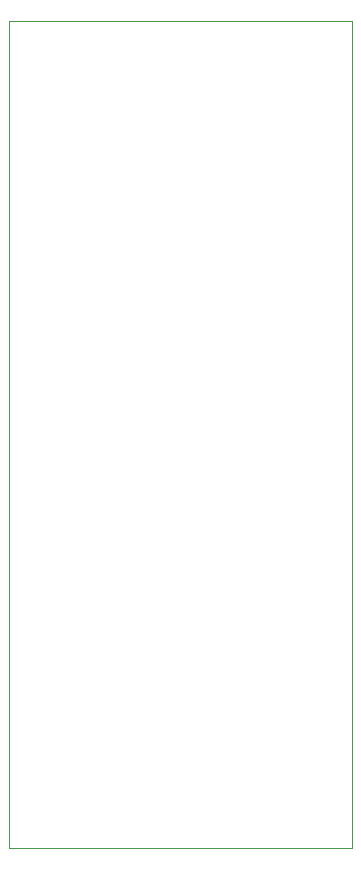
<source format=gm1>
%TF.GenerationSoftware,KiCad,Pcbnew,(6.0.1)*%
%TF.CreationDate,2022-10-15T09:01:03-04:00*%
%TF.ProjectId,SYNTH-VCO-DB-03,53594e54-482d-4564-934f-2d44422d3033,1*%
%TF.SameCoordinates,Original*%
%TF.FileFunction,Profile,NP*%
%FSLAX46Y46*%
G04 Gerber Fmt 4.6, Leading zero omitted, Abs format (unit mm)*
G04 Created by KiCad (PCBNEW (6.0.1)) date 2022-10-15 09:01:03*
%MOMM*%
%LPD*%
G01*
G04 APERTURE LIST*
%TA.AperFunction,Profile*%
%ADD10C,0.100000*%
%TD*%
G04 APERTURE END LIST*
D10*
X75500000Y-40000000D02*
X104500000Y-40000000D01*
X104500000Y-40000000D02*
X104500000Y-110000000D01*
X104500000Y-110000000D02*
X75500000Y-110000000D01*
X75500000Y-110000000D02*
X75500000Y-40000000D01*
M02*

</source>
